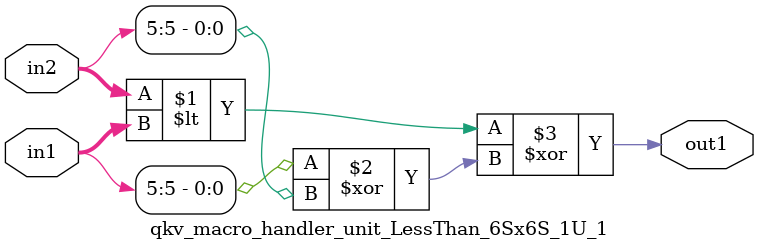
<source format=v>

`timescale 1ps / 1ps


module qkv_macro_handler_unit_LessThan_6Sx6S_1U_1( in2, in1, out1 );

    input [5:0] in2;
    input [5:0] in1;
    output out1;

    
    // rtl_process:qkv_macro_handler_unit_LessThan_6Sx6S_1U_1/qkv_macro_handler_unit_LessThan_6Sx6S_1U_1_thread_1
    assign out1 = (in2 < in1 ^ (in1[5] ^ in2[5]));

endmodule


</source>
